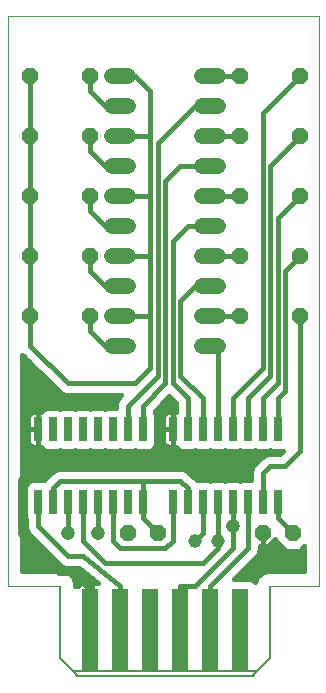
<source format=gtl>
G75*
G70*
%OFA0B0*%
%FSLAX24Y24*%
%IPPOS*%
%LPD*%
%AMOC8*
5,1,8,0,0,1.08239X$1,22.5*
%
%ADD10C,0.0000*%
%ADD11OC8,0.0520*%
%ADD12R,0.0260X0.0800*%
%ADD13C,0.0520*%
%ADD14R,0.0520X0.2756*%
%ADD15C,0.0050*%
%ADD16C,0.0160*%
%ADD17C,0.0460*%
%ADD18C,0.0320*%
%ADD19C,0.0475*%
D10*
X000431Y003135D02*
X000431Y022131D01*
X010801Y022131D01*
X010801Y003135D01*
X009181Y003135D01*
X002181Y003135D02*
X000431Y003135D01*
D11*
X004431Y004885D03*
X005431Y004885D03*
X008931Y004885D03*
X009931Y004885D03*
X010181Y012135D03*
X010181Y014135D03*
X010181Y016135D03*
X010181Y018135D03*
X010181Y020135D03*
X008181Y020135D03*
X008181Y018135D03*
X008181Y016135D03*
X008181Y014135D03*
X008181Y012135D03*
X003181Y012135D03*
X003181Y014135D03*
X003181Y016135D03*
X003181Y018135D03*
X003181Y020135D03*
X001181Y020135D03*
X001181Y018135D03*
X001181Y016135D03*
X001181Y014135D03*
X001181Y012135D03*
D12*
X001431Y008345D03*
X001931Y008345D03*
X002431Y008345D03*
X002931Y008345D03*
X003431Y008345D03*
X003931Y008345D03*
X004431Y008345D03*
X004931Y008345D03*
X005931Y008345D03*
X006431Y008345D03*
X006931Y008345D03*
X007431Y008345D03*
X007931Y008345D03*
X008431Y008345D03*
X008931Y008345D03*
X009431Y008345D03*
X009431Y005925D03*
X008931Y005925D03*
X008431Y005925D03*
X007931Y005925D03*
X007431Y005925D03*
X006931Y005925D03*
X006431Y005925D03*
X005931Y005925D03*
X004931Y005925D03*
X004431Y005925D03*
X003931Y005925D03*
X003431Y005925D03*
X002931Y005925D03*
X002431Y005925D03*
X001931Y005925D03*
X001431Y005925D03*
D13*
X003921Y011135D02*
X004441Y011135D01*
X004441Y012135D02*
X003921Y012135D01*
X003921Y013135D02*
X004441Y013135D01*
X004441Y014135D02*
X003921Y014135D01*
X003921Y015135D02*
X004441Y015135D01*
X004441Y016135D02*
X003921Y016135D01*
X003921Y017135D02*
X004441Y017135D01*
X004441Y018135D02*
X003921Y018135D01*
X003921Y019135D02*
X004441Y019135D01*
X004441Y020135D02*
X003921Y020135D01*
X006921Y020135D02*
X007441Y020135D01*
X007441Y019135D02*
X006921Y019135D01*
X006921Y018135D02*
X007441Y018135D01*
X007441Y017135D02*
X006921Y017135D01*
X006921Y016135D02*
X007441Y016135D01*
X007441Y015135D02*
X006921Y015135D01*
X006921Y014135D02*
X007441Y014135D01*
X007441Y013135D02*
X006921Y013135D01*
X006921Y012135D02*
X007441Y012135D01*
X007441Y011135D02*
X006921Y011135D01*
D14*
X007181Y001660D03*
X006181Y001660D03*
X005181Y001660D03*
X004181Y001660D03*
X003181Y001660D03*
X008181Y001660D03*
D15*
X008744Y000285D02*
X002619Y000285D01*
X002744Y000135D01*
X008619Y000135D01*
X008744Y000285D01*
X008619Y000160D02*
X009181Y000722D01*
X009181Y003135D01*
X008619Y000160D02*
X008619Y000160D01*
X002744Y000160D02*
X002181Y000722D01*
X002619Y000285D01*
X002744Y000160D01*
X002744Y000160D01*
X002619Y000285D02*
X002181Y000722D01*
X002181Y003135D01*
D16*
X002021Y003615D02*
X000911Y003615D01*
X000911Y010839D01*
X002092Y009658D01*
X002205Y009546D01*
X002352Y009485D01*
X004216Y009485D01*
X004092Y009362D01*
X004031Y009215D01*
X004031Y009065D01*
X003738Y009065D01*
X003681Y009042D01*
X003625Y009065D01*
X003238Y009065D01*
X003181Y009042D01*
X003125Y009065D01*
X002738Y009065D01*
X002681Y009042D01*
X002625Y009065D01*
X002238Y009065D01*
X002181Y009042D01*
X002125Y009065D01*
X001738Y009065D01*
X001620Y009016D01*
X001530Y008926D01*
X001530Y008925D01*
X001432Y008925D01*
X001432Y008345D01*
X001431Y008345D01*
X001431Y008345D01*
X001121Y008345D01*
X001121Y008769D01*
X001134Y008814D01*
X001157Y008855D01*
X001191Y008889D01*
X001232Y008913D01*
X001278Y008925D01*
X001431Y008925D01*
X001431Y008345D01*
X001121Y008345D01*
X001121Y007921D01*
X001134Y007875D01*
X001157Y007834D01*
X001191Y007801D01*
X001232Y007777D01*
X001278Y007765D01*
X001431Y007765D01*
X001431Y008345D01*
X001432Y008345D01*
X001432Y007765D01*
X001530Y007765D01*
X001530Y007764D01*
X001620Y007674D01*
X001738Y007625D01*
X002125Y007625D01*
X002181Y007648D01*
X002238Y007625D01*
X002625Y007625D01*
X002681Y007648D01*
X002738Y007625D01*
X003125Y007625D01*
X003181Y007648D01*
X003238Y007625D01*
X003625Y007625D01*
X003681Y007648D01*
X003738Y007625D01*
X004125Y007625D01*
X004181Y007648D01*
X004238Y007625D01*
X004625Y007625D01*
X004681Y007648D01*
X004738Y007625D01*
X005125Y007625D01*
X005243Y007674D01*
X005333Y007764D01*
X005381Y007881D01*
X005381Y008809D01*
X005333Y008926D01*
X005331Y008927D01*
X005331Y008969D01*
X005806Y009444D01*
X006031Y009219D01*
X006031Y008928D01*
X006030Y008926D01*
X006030Y008925D01*
X005932Y008925D01*
X005932Y008345D01*
X005931Y008345D01*
X005931Y008345D01*
X005621Y008345D01*
X005621Y008769D01*
X005634Y008814D01*
X005657Y008855D01*
X005691Y008889D01*
X005732Y008913D01*
X005778Y008925D01*
X005931Y008925D01*
X005931Y008345D01*
X005621Y008345D01*
X005621Y007921D01*
X005634Y007875D01*
X005657Y007834D01*
X005691Y007801D01*
X005732Y007777D01*
X005778Y007765D01*
X005931Y007765D01*
X005931Y008345D01*
X005932Y008345D01*
X005932Y007765D01*
X006030Y007765D01*
X006030Y007764D01*
X006120Y007674D01*
X006238Y007625D01*
X006625Y007625D01*
X006681Y007648D01*
X006738Y007625D01*
X007125Y007625D01*
X007181Y007648D01*
X007238Y007625D01*
X007625Y007625D01*
X007681Y007648D01*
X007738Y007625D01*
X008125Y007625D01*
X008181Y007648D01*
X008238Y007625D01*
X008625Y007625D01*
X008681Y007648D01*
X008738Y007625D01*
X009125Y007625D01*
X009181Y007648D01*
X009238Y007625D01*
X009606Y007625D01*
X009516Y007535D01*
X009102Y007535D01*
X008955Y007474D01*
X008842Y007362D01*
X008592Y007112D01*
X008531Y006965D01*
X008531Y006805D01*
X008531Y006645D01*
X008238Y006645D01*
X008181Y006622D01*
X008125Y006645D01*
X007738Y006645D01*
X007681Y006622D01*
X007625Y006645D01*
X007238Y006645D01*
X007181Y006622D01*
X007125Y006645D01*
X006738Y006645D01*
X006737Y006645D01*
X006520Y006862D01*
X006408Y006974D01*
X006261Y007035D01*
X005011Y007035D01*
X002102Y007035D01*
X001955Y006974D01*
X001842Y006862D01*
X001626Y006645D01*
X001625Y006645D01*
X001238Y006645D01*
X001120Y006596D01*
X001030Y006506D01*
X000981Y006389D01*
X000981Y005461D01*
X001030Y005344D01*
X001031Y005342D01*
X001031Y005215D01*
X001031Y005055D01*
X001092Y004908D01*
X002205Y003796D01*
X002352Y003735D01*
X002511Y003735D01*
X002791Y003735D01*
X003438Y003217D01*
X003231Y003217D01*
X003231Y003135D01*
X003131Y003135D01*
X003131Y003217D01*
X002898Y003217D01*
X002852Y003205D01*
X002811Y003182D01*
X002778Y003148D01*
X002770Y003135D01*
X002686Y003135D01*
X002686Y003235D01*
X002609Y003421D01*
X002467Y003563D01*
X002282Y003640D01*
X002081Y003640D01*
X002021Y003615D01*
X002036Y003964D02*
X000911Y003964D01*
X000911Y003806D02*
X002195Y003806D01*
X002431Y004135D02*
X001431Y005135D01*
X001431Y005925D01*
X001640Y006660D02*
X000911Y006660D01*
X000911Y006818D02*
X001799Y006818D01*
X001961Y006977D02*
X000911Y006977D01*
X000911Y007135D02*
X008616Y007135D01*
X008536Y006977D02*
X006402Y006977D01*
X006564Y006818D02*
X008531Y006818D01*
X008531Y006660D02*
X006722Y006660D01*
X006431Y006385D02*
X006431Y005925D01*
X006431Y006385D02*
X006181Y006635D01*
X004931Y006635D01*
X002181Y006635D01*
X001931Y006385D01*
X001931Y005925D01*
X002431Y005925D02*
X002431Y004885D01*
X002431Y004135D02*
X002931Y004135D01*
X004181Y003135D01*
X004181Y001660D01*
X003297Y003330D02*
X002647Y003330D01*
X002686Y003172D02*
X002801Y003172D01*
X002542Y003489D02*
X003099Y003489D01*
X003131Y003172D02*
X003231Y003172D01*
X002901Y003647D02*
X000911Y003647D01*
X000911Y004123D02*
X001878Y004123D01*
X001719Y004281D02*
X000911Y004281D01*
X000911Y004440D02*
X001561Y004440D01*
X001402Y004599D02*
X000911Y004599D01*
X000911Y004757D02*
X001244Y004757D01*
X001089Y004916D02*
X000911Y004916D01*
X000911Y005074D02*
X001031Y005074D01*
X001031Y005233D02*
X000911Y005233D01*
X000911Y005391D02*
X001010Y005391D01*
X000981Y005550D02*
X000911Y005550D01*
X000911Y005708D02*
X000981Y005708D01*
X000981Y005867D02*
X000911Y005867D01*
X000911Y006025D02*
X000981Y006025D01*
X000981Y006184D02*
X000911Y006184D01*
X000911Y006343D02*
X000981Y006343D01*
X001028Y006501D02*
X000911Y006501D01*
X000911Y007294D02*
X008775Y007294D01*
X008933Y007452D02*
X000911Y007452D01*
X000911Y007611D02*
X009592Y007611D01*
X009681Y007135D02*
X009181Y007135D01*
X008931Y006885D01*
X008931Y005925D01*
X008431Y005925D02*
X008431Y004385D01*
X007181Y003135D01*
X007181Y001660D01*
X006681Y003135D02*
X007931Y004385D01*
X007931Y005135D01*
X007931Y005925D01*
X007431Y005925D02*
X007431Y004635D01*
X007431Y004385D01*
X006931Y003885D01*
X003681Y003885D01*
X002931Y004635D01*
X002931Y005925D01*
X003431Y005925D02*
X003431Y004885D01*
X003931Y004635D02*
X003931Y005925D01*
X003931Y004635D02*
X004181Y004385D01*
X005681Y004385D01*
X005931Y004635D01*
X005931Y005925D01*
X004931Y005385D02*
X005431Y004885D01*
X004931Y005385D02*
X004931Y005925D01*
X004931Y006635D01*
X005335Y007769D02*
X005761Y007769D01*
X005621Y007928D02*
X005381Y007928D01*
X005381Y008086D02*
X005621Y008086D01*
X005621Y008245D02*
X005381Y008245D01*
X005381Y008404D02*
X005621Y008404D01*
X005621Y008562D02*
X005381Y008562D01*
X005381Y008721D02*
X005621Y008721D01*
X005681Y008879D02*
X005352Y008879D01*
X005400Y009038D02*
X006031Y009038D01*
X006031Y009196D02*
X005558Y009196D01*
X005717Y009355D02*
X005896Y009355D01*
X005931Y008879D02*
X005932Y008879D01*
X005931Y008721D02*
X005932Y008721D01*
X005931Y008562D02*
X005932Y008562D01*
X005931Y008404D02*
X005932Y008404D01*
X005931Y008245D02*
X005932Y008245D01*
X005931Y008086D02*
X005932Y008086D01*
X005931Y007928D02*
X005932Y007928D01*
X005931Y007769D02*
X005932Y007769D01*
X006431Y008345D02*
X006431Y009385D01*
X005931Y009885D01*
X005931Y014635D01*
X006431Y015135D01*
X007181Y015135D01*
X007181Y014135D02*
X008181Y014135D01*
X008181Y016135D02*
X007181Y016135D01*
X007181Y017135D02*
X006181Y017135D01*
X005681Y016635D01*
X005681Y009885D01*
X004931Y009135D01*
X004931Y008345D01*
X004431Y008345D02*
X004431Y009135D01*
X005431Y010135D01*
X005431Y017885D01*
X006681Y019135D01*
X007181Y019135D01*
X007181Y018135D02*
X008181Y018135D01*
X008931Y018885D02*
X010181Y020135D01*
X010181Y018135D02*
X009181Y017135D01*
X009181Y010135D01*
X008431Y009385D01*
X008431Y008345D01*
X008931Y008345D02*
X008931Y009385D01*
X009431Y009885D01*
X009431Y015385D01*
X010181Y016135D01*
X010181Y014135D02*
X009681Y013635D01*
X009681Y009635D01*
X009431Y009385D01*
X009431Y008345D01*
X010181Y007635D02*
X009681Y007135D01*
X010181Y007635D02*
X010181Y012135D01*
X008931Y010385D02*
X008931Y018885D01*
X008181Y020135D02*
X007181Y020135D01*
X005181Y019635D02*
X005181Y018135D01*
X004181Y018135D01*
X004181Y019135D02*
X003681Y019135D01*
X003181Y019635D01*
X003181Y020135D01*
X004181Y020135D02*
X004681Y020135D01*
X005181Y019635D01*
X005181Y018135D02*
X005181Y016135D01*
X004181Y016135D01*
X004181Y017135D02*
X003681Y017135D01*
X003181Y017635D01*
X003181Y018135D01*
X003181Y016135D02*
X003181Y015635D01*
X003681Y015135D01*
X004181Y015135D01*
X004181Y014135D02*
X005181Y014135D01*
X005181Y016135D01*
X005181Y014135D02*
X005181Y012135D01*
X005181Y010385D01*
X004681Y009885D01*
X002431Y009885D01*
X001181Y011135D01*
X001181Y012135D01*
X001181Y014135D01*
X001181Y016135D01*
X001181Y018135D01*
X001181Y020135D01*
X003181Y014135D02*
X003181Y013635D01*
X003681Y013135D01*
X004181Y013135D01*
X004181Y012135D02*
X005181Y012135D01*
X006181Y012635D02*
X006181Y010135D01*
X006931Y009385D01*
X006931Y008345D01*
X007431Y008345D02*
X007431Y010885D01*
X007181Y011135D01*
X007181Y012135D02*
X008181Y012135D01*
X008931Y010385D02*
X007931Y009385D01*
X007931Y008345D01*
X006931Y005925D02*
X006931Y004885D01*
X006681Y004635D01*
X006681Y003135D02*
X006181Y003135D01*
X006181Y001660D01*
X007970Y003357D02*
X008770Y004158D01*
X008831Y004305D01*
X008831Y004445D01*
X008931Y004445D01*
X008931Y004885D01*
X008932Y004885D01*
X008932Y004445D01*
X009114Y004445D01*
X009351Y004683D01*
X009351Y004645D01*
X009691Y004305D01*
X010172Y004305D01*
X010321Y004455D01*
X010321Y003615D01*
X009342Y003615D01*
X009282Y003640D01*
X009081Y003640D01*
X008895Y003563D01*
X008753Y003421D01*
X008682Y003249D01*
X008623Y003309D01*
X008505Y003357D01*
X007970Y003357D01*
X008101Y003489D02*
X008821Y003489D01*
X008716Y003330D02*
X008571Y003330D01*
X008259Y003647D02*
X010321Y003647D01*
X010321Y003806D02*
X008418Y003806D01*
X008576Y003964D02*
X010321Y003964D01*
X010321Y004123D02*
X008735Y004123D01*
X008821Y004281D02*
X010321Y004281D01*
X010307Y004440D02*
X010321Y004440D01*
X009931Y004885D02*
X009431Y005385D01*
X009431Y005925D01*
X008931Y004757D02*
X008932Y004757D01*
X008931Y004599D02*
X008932Y004599D01*
X008831Y004440D02*
X009556Y004440D01*
X009398Y004599D02*
X009267Y004599D01*
X006181Y012635D02*
X006681Y013135D01*
X007181Y013135D01*
X004181Y011135D02*
X003681Y011135D01*
X003181Y011635D01*
X003181Y012135D01*
X002079Y009672D02*
X000911Y009672D01*
X000911Y009830D02*
X001920Y009830D01*
X001762Y009989D02*
X000911Y009989D01*
X000911Y010148D02*
X001603Y010148D01*
X001445Y010306D02*
X000911Y010306D01*
X000911Y010465D02*
X001286Y010465D01*
X001127Y010623D02*
X000911Y010623D01*
X000911Y010782D02*
X000969Y010782D01*
X000911Y009513D02*
X002283Y009513D01*
X001672Y009038D02*
X000911Y009038D01*
X000911Y009196D02*
X004031Y009196D01*
X004090Y009355D02*
X000911Y009355D01*
X000911Y008879D02*
X001181Y008879D01*
X001121Y008721D02*
X000911Y008721D01*
X000911Y008562D02*
X001121Y008562D01*
X001121Y008404D02*
X000911Y008404D01*
X000911Y008245D02*
X001121Y008245D01*
X001121Y008086D02*
X000911Y008086D01*
X000911Y007928D02*
X001121Y007928D01*
X001261Y007769D02*
X000911Y007769D01*
X001431Y007769D02*
X001432Y007769D01*
X001431Y007928D02*
X001432Y007928D01*
X001431Y008086D02*
X001432Y008086D01*
X001431Y008245D02*
X001432Y008245D01*
X001431Y008404D02*
X001432Y008404D01*
X001431Y008562D02*
X001432Y008562D01*
X001431Y008721D02*
X001432Y008721D01*
X001431Y008879D02*
X001432Y008879D01*
D17*
X001431Y007135D03*
X002931Y007385D03*
X004431Y007385D03*
X006681Y004635D03*
X007431Y004635D03*
X007181Y006885D03*
X008181Y006885D03*
D18*
X003181Y003135D02*
X003181Y001660D01*
X003181Y003135D02*
X002681Y003635D01*
X002181Y003635D01*
X000931Y004885D01*
X000931Y006635D01*
X001431Y007135D01*
D19*
X002431Y004885D03*
X003431Y004885D03*
X007931Y005135D03*
M02*

</source>
